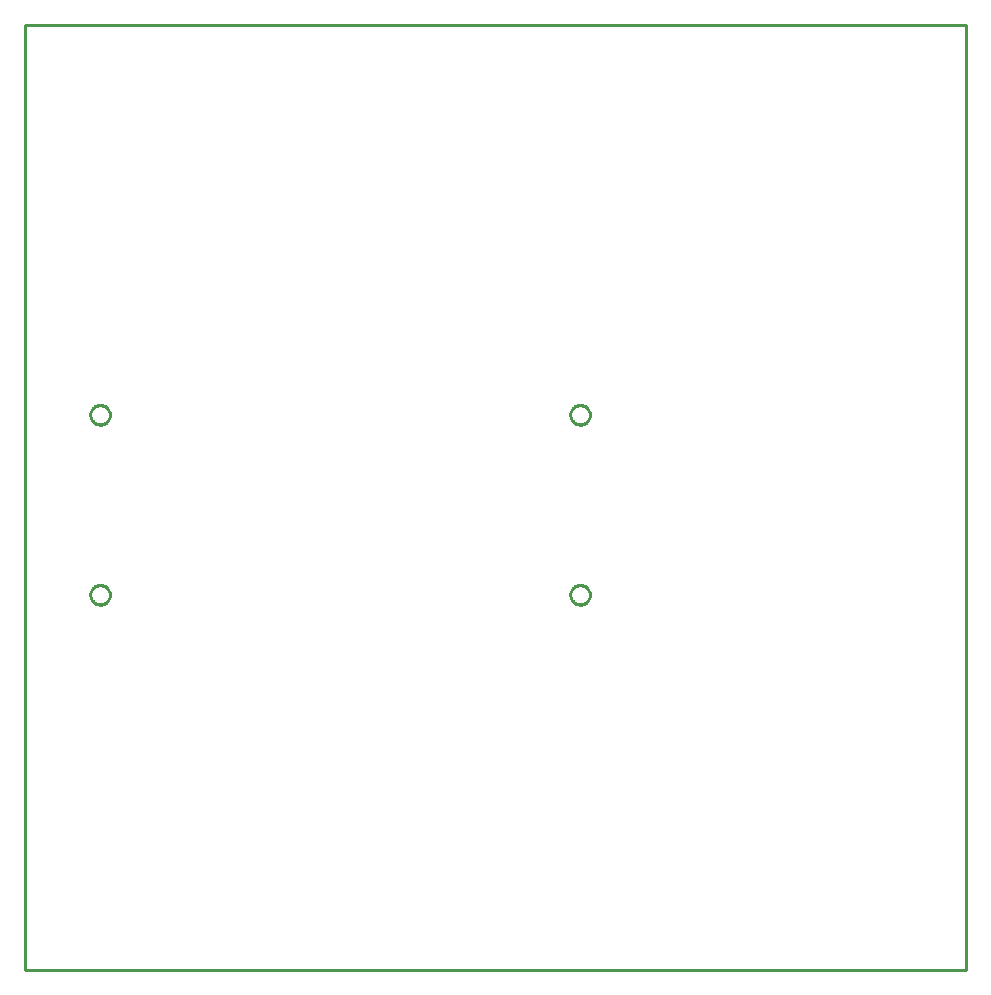
<source format=gbr>
G04 EAGLE Gerber RS-274X export*
G75*
%MOMM*%
%FSLAX34Y34*%
%LPD*%
%IN*%
%IPPOS*%
%AMOC8*
5,1,8,0,0,1.08239X$1,22.5*%
G01*
%ADD10C,0.254000*%


D10*
X0Y0D02*
X796800Y0D01*
X796800Y800000D01*
X0Y800000D01*
X0Y0D01*
X71755Y469494D02*
X71676Y468687D01*
X71517Y467892D01*
X71282Y467116D01*
X70971Y466366D01*
X70589Y465651D01*
X70138Y464977D01*
X69624Y464350D01*
X69050Y463776D01*
X68423Y463262D01*
X67749Y462811D01*
X67034Y462429D01*
X66284Y462118D01*
X65508Y461883D01*
X64713Y461725D01*
X63906Y461645D01*
X63094Y461645D01*
X62287Y461725D01*
X61492Y461883D01*
X60716Y462118D01*
X59966Y462429D01*
X59251Y462811D01*
X58577Y463262D01*
X57950Y463776D01*
X57376Y464350D01*
X56862Y464977D01*
X56411Y465651D01*
X56029Y466366D01*
X55718Y467116D01*
X55483Y467892D01*
X55325Y468687D01*
X55245Y469494D01*
X55245Y470306D01*
X55325Y471113D01*
X55483Y471908D01*
X55718Y472684D01*
X56029Y473434D01*
X56411Y474149D01*
X56862Y474823D01*
X57376Y475450D01*
X57950Y476024D01*
X58577Y476538D01*
X59251Y476989D01*
X59966Y477371D01*
X60716Y477682D01*
X61492Y477917D01*
X62287Y478076D01*
X63094Y478155D01*
X63906Y478155D01*
X64713Y478076D01*
X65508Y477917D01*
X66284Y477682D01*
X67034Y477371D01*
X67749Y476989D01*
X68423Y476538D01*
X69050Y476024D01*
X69624Y475450D01*
X70138Y474823D01*
X70589Y474149D01*
X70971Y473434D01*
X71282Y472684D01*
X71517Y471908D01*
X71676Y471113D01*
X71755Y470306D01*
X71755Y469494D01*
X71755Y317094D02*
X71676Y316287D01*
X71517Y315492D01*
X71282Y314716D01*
X70971Y313966D01*
X70589Y313251D01*
X70138Y312577D01*
X69624Y311950D01*
X69050Y311376D01*
X68423Y310862D01*
X67749Y310411D01*
X67034Y310029D01*
X66284Y309718D01*
X65508Y309483D01*
X64713Y309325D01*
X63906Y309245D01*
X63094Y309245D01*
X62287Y309325D01*
X61492Y309483D01*
X60716Y309718D01*
X59966Y310029D01*
X59251Y310411D01*
X58577Y310862D01*
X57950Y311376D01*
X57376Y311950D01*
X56862Y312577D01*
X56411Y313251D01*
X56029Y313966D01*
X55718Y314716D01*
X55483Y315492D01*
X55325Y316287D01*
X55245Y317094D01*
X55245Y317906D01*
X55325Y318713D01*
X55483Y319508D01*
X55718Y320284D01*
X56029Y321034D01*
X56411Y321749D01*
X56862Y322423D01*
X57376Y323050D01*
X57950Y323624D01*
X58577Y324138D01*
X59251Y324589D01*
X59966Y324971D01*
X60716Y325282D01*
X61492Y325517D01*
X62287Y325676D01*
X63094Y325755D01*
X63906Y325755D01*
X64713Y325676D01*
X65508Y325517D01*
X66284Y325282D01*
X67034Y324971D01*
X67749Y324589D01*
X68423Y324138D01*
X69050Y323624D01*
X69624Y323050D01*
X70138Y322423D01*
X70589Y321749D01*
X70971Y321034D01*
X71282Y320284D01*
X71517Y319508D01*
X71676Y318713D01*
X71755Y317906D01*
X71755Y317094D01*
X478155Y317094D02*
X478076Y316287D01*
X477917Y315492D01*
X477682Y314716D01*
X477371Y313966D01*
X476989Y313251D01*
X476538Y312577D01*
X476024Y311950D01*
X475450Y311376D01*
X474823Y310862D01*
X474149Y310411D01*
X473434Y310029D01*
X472684Y309718D01*
X471908Y309483D01*
X471113Y309325D01*
X470306Y309245D01*
X469494Y309245D01*
X468687Y309325D01*
X467892Y309483D01*
X467116Y309718D01*
X466366Y310029D01*
X465651Y310411D01*
X464977Y310862D01*
X464350Y311376D01*
X463776Y311950D01*
X463262Y312577D01*
X462811Y313251D01*
X462429Y313966D01*
X462118Y314716D01*
X461883Y315492D01*
X461725Y316287D01*
X461645Y317094D01*
X461645Y317906D01*
X461725Y318713D01*
X461883Y319508D01*
X462118Y320284D01*
X462429Y321034D01*
X462811Y321749D01*
X463262Y322423D01*
X463776Y323050D01*
X464350Y323624D01*
X464977Y324138D01*
X465651Y324589D01*
X466366Y324971D01*
X467116Y325282D01*
X467892Y325517D01*
X468687Y325676D01*
X469494Y325755D01*
X470306Y325755D01*
X471113Y325676D01*
X471908Y325517D01*
X472684Y325282D01*
X473434Y324971D01*
X474149Y324589D01*
X474823Y324138D01*
X475450Y323624D01*
X476024Y323050D01*
X476538Y322423D01*
X476989Y321749D01*
X477371Y321034D01*
X477682Y320284D01*
X477917Y319508D01*
X478076Y318713D01*
X478155Y317906D01*
X478155Y317094D01*
X478155Y469494D02*
X478076Y468687D01*
X477917Y467892D01*
X477682Y467116D01*
X477371Y466366D01*
X476989Y465651D01*
X476538Y464977D01*
X476024Y464350D01*
X475450Y463776D01*
X474823Y463262D01*
X474149Y462811D01*
X473434Y462429D01*
X472684Y462118D01*
X471908Y461883D01*
X471113Y461725D01*
X470306Y461645D01*
X469494Y461645D01*
X468687Y461725D01*
X467892Y461883D01*
X467116Y462118D01*
X466366Y462429D01*
X465651Y462811D01*
X464977Y463262D01*
X464350Y463776D01*
X463776Y464350D01*
X463262Y464977D01*
X462811Y465651D01*
X462429Y466366D01*
X462118Y467116D01*
X461883Y467892D01*
X461725Y468687D01*
X461645Y469494D01*
X461645Y470306D01*
X461725Y471113D01*
X461883Y471908D01*
X462118Y472684D01*
X462429Y473434D01*
X462811Y474149D01*
X463262Y474823D01*
X463776Y475450D01*
X464350Y476024D01*
X464977Y476538D01*
X465651Y476989D01*
X466366Y477371D01*
X467116Y477682D01*
X467892Y477917D01*
X468687Y478076D01*
X469494Y478155D01*
X470306Y478155D01*
X471113Y478076D01*
X471908Y477917D01*
X472684Y477682D01*
X473434Y477371D01*
X474149Y476989D01*
X474823Y476538D01*
X475450Y476024D01*
X476024Y475450D01*
X476538Y474823D01*
X476989Y474149D01*
X477371Y473434D01*
X477682Y472684D01*
X477917Y471908D01*
X478076Y471113D01*
X478155Y470306D01*
X478155Y469494D01*
M02*

</source>
